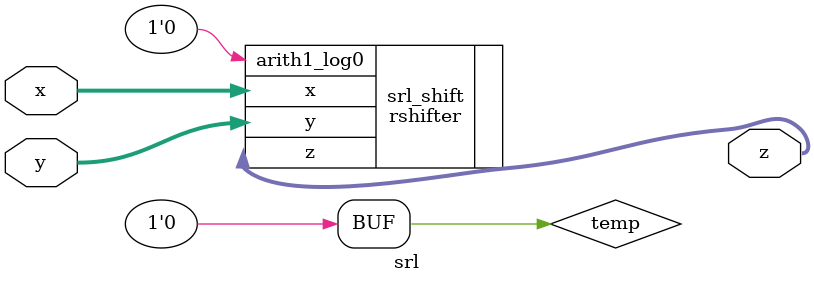
<source format=sv>
`timescale 1ns / 1ps
module srl(
    input logic [31:0] x,
    input logic [31:0] y,
    output logic [31:0] z
    );
    logic temp;
    assign temp = 1'b0;
    // call right-shifter with code '0'.
    rshifter srl_shift (.x(x), .y(y), .arith1_log0(temp), .z(z));
    
endmodule

</source>
